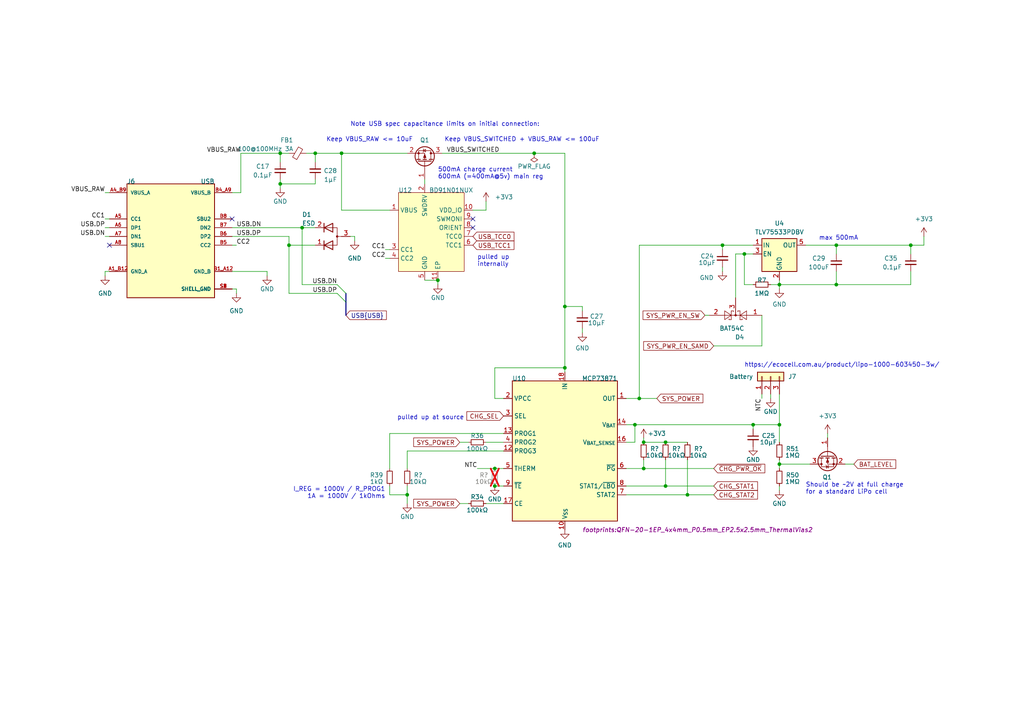
<source format=kicad_sch>
(kicad_sch (version 20230121) (generator eeschema)
  (paper "A4")
  (title_block (title "TANGARA") (date "2023-05-30") (rev "4") (company "made by jacqueline") (comment 1 "SPDX-License-Identifier: CERN-OHL-S-2.0"))
  (lib_symbols
    (symbol "Battery_Management:MCP73871"
      (property "Reference" "U" (at -7.62 24.13 0))
      (property "Value" "MCP73871" (at -15.24 21.59 0))
      (symbol "MCP73871_0_1"
        (rectangle (start -15.24 20.32) (end 15.24 -20.32) (stroke (width 0.254)) (fill (type background)))
      )
      (symbol "MCP73871_1_1"
        (pin power_out line (at 17.78 15.24 180) (length 2.54) (name "OUT") (number "1"))
        (pin power_in line (at 0 -22.86 90) (length 2.54) (name "V_{SS}") (number "10"))
        (pin passive line (at 0 -22.86 90) (length 2.54) hide (name "V_{SS}") (number "11"))
        (pin bidirectional line (at -17.78 0 0) (length 2.54) (name "PROG3") (number "12"))
        (pin bidirectional line (at -17.78 5.08 0) (length 2.54) (name "PROG1") (number "13"))
        (pin power_out line (at 17.78 7.62 180) (length 2.54) (name "V_{BAT}") (number "14"))
        (pin passive line (at 17.78 7.62 180) (length 2.54) hide (name "V_{BAT}") (number "15"))
        (pin input line (at 17.78 2.54 180) (length 2.54) (name "V_{BAT_SENSE}") (number "16"))
        (pin input line (at -17.78 -15.24 0) (length 2.54) (name "CE") (number "17"))
        (pin power_in line (at 0 22.86 270) (length 2.54) (name "IN") (number "18"))
        (pin passive line (at 0 22.86 270) (length 2.54) hide (name "IN") (number "19"))
        (pin input line (at -17.78 15.24 0) (length 2.54) (name "VPCC") (number "2"))
        (pin passive line (at 17.78 15.24 180) (length 2.54) hide (name "OUT") (number "20"))
        (pin passive line (at 0 -22.86 90) (length 2.54) hide (name "V_{SS}") (number "21"))
        (pin input line (at -17.78 10.16 0) (length 2.54) (name "SEL") (number "3"))
        (pin input line (at -17.78 2.54 0) (length 2.54) (name "PROG2") (number "4"))
        (pin bidirectional line (at -17.78 -5.08 0) (length 2.54) (name "THERM") (number "5"))
        (pin open_collector line (at 17.78 -5.08 180) (length 2.54) (name "~{PG}") (number "6"))
        (pin open_collector line (at 17.78 -12.7 180) (length 2.54) (name "STAT2") (number "7"))
        (pin open_collector line (at 17.78 -10.16 180) (length 2.54) (name "STAT1/~{LBO}") (number "8"))
        (pin input line (at -17.78 -10.16 0) (length 2.54) (name "~{TE}") (number "9"))
      )
    )
    (symbol "Connector_Generic:Conn_01x03" (pin_names (offset 1.016) hide)
      (property "Reference" "J" (at 0 5.08 0))
      (property "Value" "Conn_01x03" (at 0 -5.08 0))
      (symbol "Conn_01x03_1_1"
        (rectangle (start -1.27 -2.413) (end 0 -2.667) (stroke (width 0.1524)))
        (rectangle (start -1.27 0.127) (end 0 -0.127) (stroke (width 0.1524)))
        (rectangle (start -1.27 2.667) (end 0 2.413) (stroke (width 0.1524)))
        (rectangle (start -1.27 3.81) (end 1.27 -3.81) (stroke (width 0.254)) (fill (type background)))
        (pin passive line (at -5.08 2.54 0) (length 3.81) (name "Pin_1") (number "1"))
        (pin passive line (at -5.08 0 0) (length 3.81) (name "Pin_2") (number "2"))
        (pin passive line (at -5.08 -2.54 0) (length 3.81) (name "Pin_3") (number "3"))
      )
    )
    (symbol "Device:C_Small" (pin_numbers hide) (pin_names (offset 0.254) hide)
      (property "Reference" "C" (at 0.254 1.778 0))
      (property "Value" "C_Small" (at 0.254 -2.032 0))
      (symbol "C_Small_0_1"
        (polyline (pts (xy -1.524 -0.508) (xy 1.524 -0.508)) (stroke (width 0.3302)))
        (polyline (pts (xy -1.524 0.508) (xy 1.524 0.508)) (stroke (width 0.3048)))
      )
      (symbol "C_Small_1_1"
        (pin passive line (at 0 2.54 270) (length 2.032) (name "~") (number "1"))
        (pin passive line (at 0 -2.54 90) (length 2.032) (name "~") (number "2"))
      )
    )
    (symbol "Device:D_Dual_CommonAnode_KKA_Parallel" (pin_names (offset 0.762) hide)
      (property "Reference" "D" (at 0 5.08 0))
      (property "Value" "D_Dual_CommonAnode_KKA_Parallel" (at 0 -5.08 0))
      (symbol "D_Dual_CommonAnode_KKA_Parallel_0_0"
        (polyline (pts (xy 2.54 -3.81) (xy 2.54 -1.27)) (stroke (width 0.254)))
        (polyline (pts (xy 2.54 1.27) (xy 2.54 3.81)) (stroke (width 0.254)))
      )
      (symbol "D_Dual_CommonAnode_KKA_Parallel_0_1"
        (circle (center -1.27 0) (radius 0.254) (fill (type outline)))
        (polyline (pts (xy -1.27 0) (xy -2.54 0)))
        (polyline (pts (xy 2.54 2.54) (xy -1.27 2.54) (xy -1.27 -2.54) (xy 2.54 -2.54)))
        (polyline (pts (xy 0 -1.27) (xy 2.54 -2.54) (xy 0 -3.81) (xy 0 -1.27) (xy 0 -1.27) (xy 0 -1.27)) (stroke (width 0.254)))
        (polyline (pts (xy 0 3.81) (xy 2.54 2.54) (xy 0 1.27) (xy 0 3.81) (xy 0 3.81) (xy 0 3.81)) (stroke (width 0.254)))
        (pin passive line (at 5.08 2.54 180) (length 2.54) (name "K") (number "1"))
        (pin passive line (at 5.08 -2.54 180) (length 2.54) (name "K") (number "2"))
        (pin passive line (at -5.08 0 0) (length 2.54) (name "A") (number "3"))
      )
    )
    (symbol "Device:Ferrite_Bead_Small" (pin_numbers hide) (pin_names (offset 0))
      (property "Reference" "FB" (at 1.905 1.27 0))
      (property "Value" "Device_Ferrite_Bead_Small" (at 1.905 -1.27 0))
      (symbol "Ferrite_Bead_Small_0_1"
        (polyline (pts (xy 0 -1.27) (xy 0 -0.7874)))
        (polyline (pts (xy 0 0.889) (xy 0 1.2954)))
        (polyline (pts (xy -1.8288 0.2794) (xy -1.1176 1.4986) (xy 1.8288 -0.2032) (xy 1.1176 -1.4224) (xy -1.8288 0.2794)))
      )
      (symbol "Ferrite_Bead_Small_1_1"
        (pin passive line (at 0 2.54 270) (length 1.27) (name "~") (number "1"))
        (pin passive line (at 0 -2.54 90) (length 1.27) (name "~") (number "2"))
      )
    )
    (symbol "Device:Q_NMOS_GSD" (pin_names (offset 0) hide)
      (property "Reference" "Q" (at 5.08 1.27 0))
      (property "Value" "Q_NMOS_GSD" (at 5.08 -1.27 0))
      (symbol "Q_NMOS_GSD_0_1"
        (polyline (pts (xy 0.254 0) (xy -2.54 0)))
        (polyline (pts (xy 0.254 1.905) (xy 0.254 -1.905)) (stroke (width 0.254)))
        (polyline (pts (xy 0.762 -1.27) (xy 0.762 -2.286)) (stroke (width 0.254)))
        (polyline (pts (xy 0.762 0.508) (xy 0.762 -0.508)) (stroke (width 0.254)))
        (polyline (pts (xy 0.762 2.286) (xy 0.762 1.27)) (stroke (width 0.254)))
        (polyline (pts (xy 2.54 2.54) (xy 2.54 1.778)))
        (polyline (pts (xy 2.54 -2.54) (xy 2.54 0) (xy 0.762 0)))
        (polyline (pts (xy 0.762 -1.778) (xy 3.302 -1.778) (xy 3.302 1.778) (xy 0.762 1.778)))
        (polyline (pts (xy 1.016 0) (xy 2.032 0.381) (xy 2.032 -0.381) (xy 1.016 0)) (fill (type outline)))
        (polyline (pts (xy 2.794 0.508) (xy 2.921 0.381) (xy 3.683 0.381) (xy 3.81 0.254)))
        (polyline (pts (xy 3.302 0.381) (xy 2.921 -0.254) (xy 3.683 -0.254) (xy 3.302 0.381)))
        (circle (center 1.651 0) (radius 2.794) (stroke (width 0.254)))
        (circle (center 2.54 -1.778) (radius 0.254) (fill (type outline)))
        (circle (center 2.54 1.778) (radius 0.254) (fill (type outline)))
      )
      (symbol "Q_NMOS_GSD_1_1"
        (pin input line (at -5.08 0 0) (length 2.54) (name "G") (number "1"))
        (pin passive line (at 2.54 -5.08 90) (length 2.54) (name "S") (number "2"))
        (pin passive line (at 2.54 5.08 270) (length 2.54) (name "D") (number "3"))
      )
    )
    (symbol "Device:Q_PMOS_GSD" (pin_names (offset 0) hide)
      (property "Reference" "Q" (at 5.08 1.27 0))
      (property "Value" "Q_PMOS_GSD" (at 5.08 -1.27 0))
      (symbol "Q_PMOS_GSD_0_1"
        (polyline (pts (xy 0.254 0) (xy -2.54 0)))
        (polyline (pts (xy 0.254 1.905) (xy 0.254 -1.905)) (stroke (width 0.254)))
        (polyline (pts (xy 0.762 -1.27) (xy 0.762 -2.286)) (stroke (width 0.254)))
        (polyline (pts (xy 0.762 0.508) (xy 0.762 -0.508)) (stroke (width 0.254)))
        (polyline (pts (xy 0.762 2.286) (xy 0.762 1.27)) (stroke (width 0.254)))
        (polyline (pts (xy 2.54 2.54) (xy 2.54 1.778)))
        (polyline (pts (xy 2.54 -2.54) (xy 2.54 0) (xy 0.762 0)))
        (polyline (pts (xy 0.762 1.778) (xy 3.302 1.778) (xy 3.302 -1.778) (xy 0.762 -1.778)))
        (polyline (pts (xy 2.286 0) (xy 1.27 0.381) (xy 1.27 -0.381) (xy 2.286 0)) (fill (type outline)))
        (polyline (pts (xy 2.794 -0.508) (xy 2.921 -0.381) (xy 3.683 -0.381) (xy 3.81 -0.254)))
        (polyline (pts (xy 3.302 -0.381) (xy 2.921 0.254) (xy 3.683 0.254) (xy 3.302 -0.381)))
        (circle (center 1.651 0) (radius 2.794) (stroke (width 0.254)))
        (circle (center 2.54 -1.778) (radius 0.254) (fill (type outline)))
        (circle (center 2.54 1.778) (radius 0.254) (fill (type outline)))
      )
      (symbol "Q_PMOS_GSD_1_1"
        (pin input line (at -5.08 0 0) (length 2.54) (name "G") (number "1"))
        (pin passive line (at 2.54 -5.08 90) (length 2.54) (name "S") (number "2"))
        (pin passive line (at 2.54 5.08 270) (length 2.54) (name "D") (number "3"))
      )
    )
    (symbol "Device:R_Small" (pin_numbers hide) (pin_names (offset 0.254) hide)
      (property "Reference" "R" (at 0.762 0.508 0))
      (property "Value" "R_Small" (at 0.762 -1.016 0))
      (symbol "R_Small_0_1"
        (rectangle (start -0.762 1.778) (end 0.762 -1.778) (stroke (width 0.2032)))
      )
      (symbol "R_Small_1_1"
        (pin passive line (at 0 2.54 270) (length 0.762) (name "~") (number "1"))
        (pin passive line (at 0 -2.54 90) (length 0.762) (name "~") (number "2"))
      )
    )
    (symbol "Diode:BAT54C" (pin_names (offset 1.016))
      (property "Reference" "D" (at 0.635 -3.81 0))
      (property "Value" "BAT54C" (at -6.35 3.175 0))
      (symbol "BAT54C_0_1"
        (polyline (pts (xy -1.905 0) (xy 1.905 0)))
        (polyline (pts (xy -1.905 1.27) (xy -1.905 1.016)))
        (polyline (pts (xy -1.27 -1.27) (xy -0.635 -1.27)))
        (polyline (pts (xy -1.27 0) (xy -3.81 0)))
        (polyline (pts (xy -1.27 1.27) (xy -1.905 1.27)))
        (polyline (pts (xy -1.27 1.27) (xy -1.27 -1.27)))
        (polyline (pts (xy -0.635 -1.27) (xy -0.635 -1.016)))
        (polyline (pts (xy 0.635 -1.27) (xy 0.635 -1.016)))
        (polyline (pts (xy 1.27 -1.27) (xy 0.635 -1.27)))
        (polyline (pts (xy 1.27 1.27) (xy 1.27 -1.27)))
        (polyline (pts (xy 1.27 1.27) (xy 1.905 1.27)))
        (polyline (pts (xy 1.905 1.27) (xy 1.905 1.016)))
        (polyline (pts (xy 3.81 0) (xy 1.27 0)))
        (polyline (pts (xy -3.175 -1.27) (xy -3.175 1.27) (xy -1.27 0) (xy -3.175 -1.27)))
        (polyline (pts (xy 3.175 -1.27) (xy 3.175 1.27) (xy 1.27 0) (xy 3.175 -1.27)))
        (circle (center 0 0) (radius 0.254) (fill (type outline)))
      )
      (symbol "BAT54C_1_1"
        (pin passive line (at -7.62 0 0) (length 3.81) (name "~") (number "1"))
        (pin passive line (at 7.62 0 180) (length 3.81) (name "~") (number "2"))
        (pin passive line (at 0 -5.08 90) (length 5.08) (name "~") (number "3"))
      )
    )
    (symbol "Regulator_Linear:TLV75533PDBV" (pin_names (offset 0.254))
      (property "Reference" "U" (at -3.81 5.715 0))
      (property "Value" "TLV75533PDBV" (at 0 5.715 0))
      (symbol "TLV75533PDBV_0_1"
        (rectangle (start -5.08 4.445) (end 5.08 -5.08) (stroke (width 0.254)) (fill (type background)))
      )
      (symbol "TLV75533PDBV_1_1"
        (pin power_in line (at -7.62 2.54 0) (length 2.54) (name "IN") (number "1"))
        (pin power_in line (at 0 -7.62 90) (length 2.54) (name "GND") (number "2"))
        (pin input line (at -7.62 0 0) (length 2.54) (name "EN") (number "3"))
        (pin no_connect line (at 5.08 0 180) (length 2.54) hide (name "NC") (number "4"))
        (pin power_out line (at 7.62 2.54 180) (length 2.54) (name "OUT") (number "5"))
      )
    )
    (symbol "power:+3V3" (power) (pin_names (offset 0))
      (property "Value" "+3V3" (at 0 3.556 0))
      (symbol "+3V3_0_1"
        (polyline (pts (xy -0.762 1.27) (xy 0 2.54)))
        (polyline (pts (xy 0 0) (xy 0 2.54)))
        (polyline (pts (xy 0 2.54) (xy 0.762 1.27)))
      )
      (symbol "+3V3_1_1"
        (pin power_in line (at 0 0 90) (length 0) hide (name "+3V3") (number "1"))
      )
    )
    (symbol "power:GND" (power) (pin_names (offset 0))
      (property "Value" "GND" (at 0 -3.81 0))
      (symbol "GND_0_1"
        (polyline (pts (xy 0 0) (xy 0 -1.27) (xy 1.27 -1.27) (xy 0 -2.54) (xy -1.27 -1.27) (xy 0 -1.27)))
      )
      (symbol "GND_1_1"
        (pin power_in line (at 0 0 270) (length 0) hide (name "GND") (number "1"))
      )
    )
    (symbol "power:PWR_FLAG" (power) (pin_numbers hide) (pin_names (offset 0) hide)
      (property "Value" "PWR_FLAG" (at 0 3.81 0))
      (symbol "PWR_FLAG_0_0"
        (pin power_out line (at 0 0 90) (length 0) (name "pwr") (number "1"))
      )
      (symbol "PWR_FLAG_0_1"
        (polyline (pts (xy 0 0) (xy 0 1.27) (xy -1.016 1.905) (xy 0 2.54) (xy 1.016 1.905) (xy 0 1.27)))
      )
    )
    (symbol "symbols:BD91N01NUX"
      (property "Reference" "U" (at 0 13.97 0))
      (property "Value" "BD91N01NUX" (at 5.08 16.51 0))
      (symbol "BD91N01NUX_0_1"
        (rectangle (start -12.7 12.7) (end 6.35 -10.16) (fill (type background)))
      )
      (symbol "BD91N01NUX_1_1"
        (pin power_in line (at -15.24 7.62 0) (length 2.54) (name "VBUS") (number "1"))
        (pin power_in line (at 8.89 7.62 180) (length 2.54) (name "VDD_IO") (number "10"))
        (pin power_in line (at -1.27 -12.7 90) (length 2.54) (name "EP") (number "11"))
        (pin output line (at -5.08 15.24 270) (length 2.54) (name "SWDRV") (number "2"))
        (pin input line (at -15.24 -3.81 0) (length 2.54) (name "CC1") (number "3"))
        (pin input line (at -15.24 -6.35 0) (length 2.54) (name "CC2") (number "4"))
        (pin power_in line (at -5.08 -12.7 90) (length 2.54) (name "GND") (number "5"))
        (pin output line (at 8.89 -2.54 180) (length 2.54) (name "TCC1") (number "6"))
        (pin output line (at 8.89 0 180) (length 2.54) (name "TCC0") (number "7"))
        (pin output line (at 8.89 2.54 180) (length 2.54) (name "ORIENT") (number "8"))
        (pin output line (at 8.89 5.08 180) (length 2.54) (name "SWMONI") (number "9"))
      )
    )
    (symbol "symbols:USB4510-03-1-A_REVA" (pin_names (offset 1.016))
      (property "Reference" "J" (at -12.7 16.002 0))
      (property "Value" "USB4510-03-1-A_REVA" (at -12.7 -18.542 0))
      (symbol "USB4510-03-1-A_REVA_0_0"
        (rectangle (start -12.7 -17.78) (end 12.7 15.24) (stroke (width 0.254)) (fill (type background)))
        (pin power_in line (at -17.78 -10.16 0) (length 5.08) (name "GND_A") (number "A1_B12"))
        (pin power_in line (at -17.78 12.7 0) (length 5.08) (name "VBUS_A") (number "A4_B9"))
        (pin bidirectional line (at -17.78 5.08 0) (length 5.08) (name "CC1") (number "A5"))
        (pin bidirectional line (at -17.78 2.54 0) (length 5.08) (name "DP1") (number "A6"))
        (pin bidirectional line (at -17.78 0 0) (length 5.08) (name "DN1") (number "A7"))
        (pin bidirectional line (at -17.78 -2.54 0) (length 5.08) (name "SBU1") (number "A8"))
        (pin power_in line (at 17.78 -10.16 180) (length 5.08) (name "GND_B") (number "B1_A12"))
        (pin power_in line (at 17.78 12.7 180) (length 5.08) (name "VBUS_B") (number "B4_A9"))
        (pin bidirectional line (at 17.78 -2.54 180) (length 5.08) (name "CC2") (number "B5"))
        (pin bidirectional line (at 17.78 0 180) (length 5.08) (name "DP2") (number "B6"))
        (pin bidirectional line (at 17.78 2.54 180) (length 5.08) (name "DN2") (number "B7"))
        (pin bidirectional line (at 17.78 5.08 180) (length 5.08) (name "SBU2") (number "B8"))
        (pin power_in line (at 17.78 -15.24 180) (length 5.08) (name "SHELL_GND") (number "S1"))
        (pin power_in line (at 17.78 -15.24 180) (length 5.08) (name "SHELL_GND") (number "S2"))
        (pin power_in line (at 17.78 -15.24 180) (length 5.08) (name "SHELL_GND") (number "S3"))
        (pin power_in line (at 17.78 -15.24 180) (length 5.08) (name "SHELL_GND") (number "S4"))
      )
    )
  )
  (junction (at 209.55 71.12))
  (junction (at 226.06 134.62))
  (junction (at 154.94 44.45))
  (junction (at 87.63 66.04))
  (junction (at 143.51 135.89))
  (junction (at 264.16 71.12))
  (junction (at 184.15 123.19))
  (junction (at 242.57 71.12))
  (junction (at 83.82 71.12))
  (junction (at 218.44 123.19))
  (junction (at 143.51 140.97))
  (junction (at 81.28 44.45))
  (junction (at 186.69 135.89))
  (junction (at 193.04 140.97))
  (junction (at 199.39 143.51))
  (junction (at 99.06 44.45))
  (junction (at 91.44 44.45))
  (junction (at 163.83 106.68))
  (junction (at 226.06 123.19))
  (junction (at 81.28 53.34))
  (junction (at 127 81.28))
  (junction (at 193.04 128.27))
  (junction (at 226.06 82.55))
  (junction (at 186.69 128.27))
  (junction (at 185.42 115.57))
  (junction (at 118.11 143.51))
  (junction (at 163.83 88.9))
  (junction (at 242.57 82.55))
  (junction (at 215.9 73.66))
  (no_connect (at 31.75 71.12))
  (no_connect (at 137.16 63.5))
  (no_connect (at 137.16 66.04))
  (no_connect (at 67.31 63.5))
  (bus_entry (at 97.79 82.55) (size 2.54 2.54))
  (bus_entry (at 97.79 85.09) (size 2.54 2.54))
  (wire (pts (xy 69.85 44.45) (xy 69.85 55.88)))
  (wire (pts (xy 99.06 44.45) (xy 99.06 60.96)))
  (wire (pts (xy 242.57 73.66) (xy 242.57 71.12)))
  (wire (pts (xy 91.44 52.07) (xy 91.44 53.34)))
  (wire (pts (xy 133.35 146.05) (xy 135.89 146.05)))
  (wire (pts (xy 81.28 53.34) (xy 81.28 54.61)))
  (wire (pts (xy 226.06 82.55) (xy 242.57 82.55)))
  (wire (pts (xy 264.16 71.12) (xy 267.97 71.12)))
  (wire (pts (xy 181.61 140.97) (xy 193.04 140.97)))
  (wire (pts (xy 185.42 71.12) (xy 185.42 115.57)))
  (wire (pts (xy 143.51 106.68) (xy 163.83 106.68)))
  (wire (pts (xy 87.63 66.04) (xy 91.44 66.04)))
  (wire (pts (xy 264.16 78.74) (xy 264.16 82.55)))
  (wire (pts (xy 143.51 115.57) (xy 143.51 106.68)))
  (wire (pts (xy 186.69 133.35) (xy 186.69 135.89)))
  (wire (pts (xy 118.11 143.51) (xy 118.11 146.05)))
  (wire (pts (xy 111.76 72.39) (xy 113.03 72.39)))
  (wire (pts (xy 245.11 134.62) (xy 247.65 134.62)))
  (wire (pts (xy 99.06 44.45) (xy 118.11 44.45)))
  (wire (pts (xy 146.05 115.57) (xy 143.51 115.57)))
  (wire (pts (xy 218.44 82.55) (xy 215.9 82.55)))
  (wire (pts (xy 67.31 66.04) (xy 87.63 66.04)))
  (wire (pts (xy 209.55 71.12) (xy 218.44 71.12)))
  (wire (pts (xy 163.83 44.45) (xy 163.83 88.9)))
  (bus (pts (xy 100.33 87.63) (xy 100.33 91.44)))
  (wire (pts (xy 118.11 140.97) (xy 118.11 143.51)))
  (wire (pts (xy 81.28 52.07) (xy 81.28 53.34)))
  (wire (pts (xy 83.82 71.12) (xy 91.44 71.12)))
  (wire (pts (xy 220.98 115.57) (xy 220.98 114.3)))
  (wire (pts (xy 181.61 143.51) (xy 199.39 143.51)))
  (wire (pts (xy 223.52 114.3) (xy 223.52 115.57)))
  (wire (pts (xy 233.68 71.12) (xy 242.57 71.12)))
  (wire (pts (xy 123.19 52.07) (xy 123.19 53.34)))
  (wire (pts (xy 209.55 72.39) (xy 209.55 71.12)))
  (wire (pts (xy 220.98 100.33) (xy 220.98 91.44)))
  (wire (pts (xy 83.82 85.09) (xy 83.82 71.12)))
  (wire (pts (xy 137.16 60.96) (xy 140.97 60.96)))
  (wire (pts (xy 146.05 146.05) (xy 140.97 146.05)))
  (wire (pts (xy 68.58 85.09) (xy 68.58 83.82)))
  (wire (pts (xy 87.63 82.55) (xy 97.79 82.55)))
  (wire (pts (xy 143.51 140.97) (xy 146.05 140.97)))
  (wire (pts (xy 215.9 73.66) (xy 218.44 73.66)))
  (wire (pts (xy 30.48 78.74) (xy 30.48 80.01)))
  (wire (pts (xy 81.28 44.45) (xy 81.28 46.99)))
  (wire (pts (xy 226.06 140.97) (xy 226.06 142.24)))
  (wire (pts (xy 226.06 82.55) (xy 226.06 81.28)))
  (wire (pts (xy 226.06 123.19) (xy 226.06 128.27)))
  (wire (pts (xy 123.19 81.28) (xy 127 81.28)))
  (wire (pts (xy 91.44 46.99) (xy 91.44 44.45)))
  (wire (pts (xy 181.61 115.57) (xy 185.42 115.57)))
  (wire (pts (xy 128.27 44.45) (xy 154.94 44.45)))
  (wire (pts (xy 68.58 71.12) (xy 67.31 71.12)))
  (wire (pts (xy 264.16 71.12) (xy 264.16 73.66)))
  (wire (pts (xy 207.01 100.33) (xy 220.98 100.33)))
  (wire (pts (xy 146.05 130.81) (xy 118.11 130.81)))
  (wire (pts (xy 83.82 71.12) (xy 83.82 68.58)))
  (wire (pts (xy 81.28 44.45) (xy 83.82 44.45)))
  (wire (pts (xy 226.06 83.82) (xy 226.06 82.55)))
  (wire (pts (xy 69.85 44.45) (xy 81.28 44.45)))
  (wire (pts (xy 193.04 140.97) (xy 207.01 140.97)))
  (wire (pts (xy 163.83 88.9) (xy 163.83 106.68)))
  (wire (pts (xy 193.04 128.27) (xy 199.39 128.27)))
  (wire (pts (xy 218.44 123.19) (xy 226.06 123.19)))
  (wire (pts (xy 186.69 127) (xy 186.69 128.27)))
  (wire (pts (xy 168.91 90.17) (xy 168.91 88.9)))
  (wire (pts (xy 67.31 55.88) (xy 69.85 55.88)))
  (wire (pts (xy 184.15 128.27) (xy 184.15 123.19)))
  (wire (pts (xy 83.82 85.09) (xy 97.79 85.09)))
  (wire (pts (xy 181.61 135.89) (xy 186.69 135.89)))
  (wire (pts (xy 118.11 130.81) (xy 118.11 135.89)))
  (wire (pts (xy 242.57 78.74) (xy 242.57 82.55)))
  (wire (pts (xy 140.97 128.27) (xy 146.05 128.27)))
  (wire (pts (xy 87.63 66.04) (xy 87.63 82.55)))
  (wire (pts (xy 242.57 71.12) (xy 264.16 71.12)))
  (wire (pts (xy 140.97 60.96) (xy 140.97 58.42)))
  (wire (pts (xy 209.55 77.47) (xy 209.55 78.74)))
  (wire (pts (xy 223.52 82.55) (xy 226.06 82.55)))
  (wire (pts (xy 168.91 88.9) (xy 163.83 88.9)))
  (wire (pts (xy 163.83 106.68) (xy 163.83 107.95)))
  (wire (pts (xy 68.58 83.82) (xy 67.31 83.82)))
  (wire (pts (xy 226.06 134.62) (xy 226.06 133.35)))
  (wire (pts (xy 267.97 68.58) (xy 267.97 71.12)))
  (wire (pts (xy 181.61 128.27) (xy 184.15 128.27)))
  (wire (pts (xy 113.03 140.97) (xy 113.03 143.51)))
  (wire (pts (xy 184.15 123.19) (xy 218.44 123.19)))
  (wire (pts (xy 91.44 53.34) (xy 81.28 53.34)))
  (wire (pts (xy 226.06 134.62) (xy 234.95 134.62)))
  (wire (pts (xy 146.05 125.73) (xy 113.03 125.73)))
  (wire (pts (xy 102.87 68.58) (xy 102.87 69.85)))
  (wire (pts (xy 226.06 135.89) (xy 226.06 134.62)))
  (wire (pts (xy 67.31 68.58) (xy 83.82 68.58)))
  (wire (pts (xy 168.91 95.25) (xy 168.91 96.52)))
  (wire (pts (xy 30.48 63.5) (xy 31.75 63.5)))
  (wire (pts (xy 67.31 78.74) (xy 77.47 78.74)))
  (wire (pts (xy 213.36 73.66) (xy 213.36 86.36)))
  (wire (pts (xy 143.51 135.89) (xy 146.05 135.89)))
  (wire (pts (xy 185.42 71.12) (xy 209.55 71.12)))
  (wire (pts (xy 127 81.28) (xy 127 82.55)))
  (wire (pts (xy 193.04 133.35) (xy 193.04 140.97)))
  (wire (pts (xy 138.43 135.89) (xy 143.51 135.89)))
  (wire (pts (xy 185.42 115.57) (xy 190.5 115.57)))
  (wire (pts (xy 31.75 78.74) (xy 30.48 78.74)))
  (bus (pts (xy 100.33 85.09) (xy 100.33 87.63)))
  (wire (pts (xy 242.57 82.55) (xy 264.16 82.55)))
  (wire (pts (xy 199.39 143.51) (xy 207.01 143.51)))
  (wire (pts (xy 226.06 114.3) (xy 226.06 123.19)))
  (wire (pts (xy 186.69 135.89) (xy 207.01 135.89)))
  (wire (pts (xy 133.35 128.27) (xy 135.89 128.27)))
  (wire (pts (xy 113.03 143.51) (xy 118.11 143.51)))
  (wire (pts (xy 218.44 123.19) (xy 218.44 124.46)))
  (wire (pts (xy 30.48 68.58) (xy 31.75 68.58)))
  (wire (pts (xy 101.6 68.58) (xy 102.87 68.58)))
  (wire (pts (xy 204.47 91.44) (xy 205.74 91.44)))
  (wire (pts (xy 30.48 66.04) (xy 31.75 66.04)))
  (wire (pts (xy 186.69 128.27) (xy 193.04 128.27)))
  (wire (pts (xy 199.39 133.35) (xy 199.39 143.51)))
  (wire (pts (xy 91.44 44.45) (xy 99.06 44.45)))
  (wire (pts (xy 240.03 125.73) (xy 240.03 127)))
  (wire (pts (xy 30.48 55.88) (xy 31.75 55.88)))
  (wire (pts (xy 113.03 125.73) (xy 113.03 135.89)))
  (wire (pts (xy 111.76 74.93) (xy 113.03 74.93)))
  (wire (pts (xy 213.36 73.66) (xy 215.9 73.66)))
  (wire (pts (xy 77.47 78.74) (xy 77.47 80.01)))
  (wire (pts (xy 88.9 44.45) (xy 91.44 44.45)))
  (wire (pts (xy 113.03 60.96) (xy 99.06 60.96)))
  (wire (pts (xy 154.94 44.45) (xy 163.83 44.45)))
  (wire (pts (xy 215.9 82.55) (xy 215.9 73.66)))
  (wire (pts (xy 181.61 123.19) (xy 184.15 123.19)))
  (text "https://ecocell.com.au/product/lipo-1000-603450-3w/" (at 215.9 106.68 0) (effects (font (size 1.27 1.27)) (justify left bottom)))
  (text "max 500mA" (at 237.49 69.85 0) (effects (font (size 1.27 1.27)) (justify left bottom)))
  (text "500mA charge current\n600mA (=400mA@5v) main reg" (at 127 52.07 0) (effects (font (size 1.27 1.27)) (justify left bottom)))
  (text "pulled up\ninternally" (at 138.43 77.47 0) (effects (font (size 1.27 1.27)) (justify left bottom)))
  (text "Should be ~2V at full charge\nfor a standard LiPo cell" (at 233.68 143.51 0) (effects (font (size 1.27 1.27)) (justify left bottom)))
  (text "pulled up at source" (at 134.62 121.92 0) (effects (font (size 1.27 1.27)) (justify right bottom)))
  (text "I_REG = 1000V / R_PROG1\n1A = 1000V / 1kOhms" (at 111.76 144.78 0) (effects (font (size 1.27 1.27)) (justify right bottom)))
  (text "Keep VBUS_RAW <= 10uF" (at 94.615 41.275 0) (effects (font (size 1.27 1.27)) (justify left bottom)))
  (text "Keep VBUS_SWITCHED + VBUS_RAW <= 100uF" (at 128.905 41.275 0) (effects (font (size 1.27 1.27)) (justify left bottom)))
  (text "Note USB spec capacitance limits on initial connection:" (at 101.6 36.83 0) (effects (font (size 1.27 1.27)) (justify left bottom)))
  (label "CC2" (at 111.76 74.93 180))
  (label "USB.DP" (at 30.48 66.04 180))
  (label "NTC" (at 138.43 135.89 180))
  (label "VBUS_RAW" (at 69.85 44.45 180))
  (label "USB.DP" (at 97.79 85.09 180))
  (label "CC1" (at 30.48 63.5 180))
  (label "USB.DN" (at 30.48 68.58 180))
  (label "VBUS_SWITCHED" (at 129.54 44.45 0))
  (label "VBUS_RAW" (at 30.48 55.88 180))
  (label "CC2" (at 68.58 71.12 0))
  (label "CC1" (at 111.76 72.39 180))
  (label "NTC" (at 220.98 115.57 270))
  (label "USB.DN" (at 97.79 82.55 180))
  (label "USB.DN" (at 68.58 66.04 0))
  (label "USB.DP" (at 68.58 68.58 0))
  (global_label "~{CHG_PWR_OK}" (shape input) (at 207.01 135.89 0) (property "Intersheetrefs" "${INTERSHEET_REFS}" (effects hide)))
  (global_label "SYS_PWR_EN_SAMD" (shape input) (at 207.01 100.33 180) (property "Intersheetrefs" "${INTERSHEET_REFS}" (effects hide)))
  (global_label "SYS_POWER" (shape input) (at 133.35 146.05 180) (property "Intersheetrefs" "${INTERSHEET_REFS}" (effects hide)))
  (global_label "CHG_STAT2" (shape input) (at 207.01 143.51 0) (property "Intersheetrefs" "${INTERSHEET_REFS}" (effects hide)))
  (global_label "USB_TCC0" (shape input) (at 137.16 68.58 0) (property "Intersheetrefs" "${INTERSHEET_REFS}" (effects hide)))
  (global_label "SYS_POWER" (shape input) (at 133.35 128.27 180) (property "Intersheetrefs" "${INTERSHEET_REFS}" (effects hide)))
  (global_label "USB_TCC1" (shape input) (at 137.16 71.12 0) (property "Intersheetrefs" "${INTERSHEET_REFS}" (effects hide)))
  (global_label "SYS_PWR_EN_SW" (shape input) (at 204.47 91.44 180) (property "Intersheetrefs" "${INTERSHEET_REFS}" (effects hide)))
  (global_label "CHG_SEL" (shape input) (at 146.05 120.65 180) (property "Intersheetrefs" "${INTERSHEET_REFS}" (effects hide)))
  (global_label "CHG_STAT1" (shape input) (at 207.01 140.97 0) (property "Intersheetrefs" "${INTERSHEET_REFS}" (effects hide)))
  (global_label "BAT_LEVEL" (shape input) (at 247.65 134.62 0) (property "Intersheetrefs" "${INTERSHEET_REFS}" (effects hide)))
  (global_label "SYS_POWER" (shape input) (at 190.5 115.57 0) (property "Intersheetrefs" "${INTERSHEET_REFS}" (effects hide)))
  (global_label "USB{USB}" (shape input) (at 100.33 91.44 0) (property "Intersheetrefs" "${INTERSHEET_REFS}" (effects hide)))
  (symbol (lib_id "Device:R_Small") (at 226.06 138.43 0) (unit 1)
    (property "Reference" "R50" (at 229.87 137.795 0))
    (property "Value" "1MΩ" (at 229.87 139.7 0))
    (property "Footprint" "Resistor_SMD:R_0603_1608Metric" (effects hide))
    (property "MPN" "AC0603FR-131ML" (effects hide))
  )
  (symbol (lib_id "symbols:BD91N01NUX") (at 128.27 68.58 0) (unit 1)
    (property "Reference" "U12" (at 115.57 55.88 0) (effects (justify left bottom)))
    (property "Value" "BD91N01NUX" (at 124.46 55.88 0) (effects (justify left bottom)))
    (property "Footprint" "footprints:BD91N01NUX-E2" (effects hide))
    (property "MPN" "BD91N01NUX" (effects hide))
  )
  (symbol (lib_id "power:GND") (at 68.58 85.09 0) (unit 1)
    (property "Reference" "#PWR050" (effects hide))
    (property "Value" "GND" (at 68.58 90.17 0))
  )
  (symbol (lib_id "power:GND") (at 81.28 54.61 0) (unit 1)
    (property "Reference" "#PWR0202" (effects hide))
    (property "Value" "GND" (at 81.28 58.42 0))
  )
  (symbol (lib_id "power:+3V3") (at 186.69 127 0) (unit 1)
    (property "Reference" "#PWR0124" (effects hide))
    (property "Value" "+3V3" (at 190.5 125.73 0))
    (instances (project "tangara-mainboard" (path "" (reference "#PWR0124") (unit 1)) (path "" (reference "#PWR04") (unit 1))))
  )
  (symbol (lib_id "power:+3V3") (at 267.97 68.58 0) (unit 1)
    (property "Reference" "#PWR0217" (effects hide))
    (property "Value" "+3V3" (at 267.97 63.5 0))
  )
  (symbol (lib_id "Device:R_Small") (at 118.11 138.43 0) (unit 1)
    (property "Reference" "R?" (at 121.285 137.795 0))
    (property "Value" "10kΩ" (at 121.285 139.7 0))
    (property "Footprint" "Resistor_SMD:R_0603_1608Metric" (effects hide))
    (property "MPN" "AC0603JR-0710KL" (effects hide))
    (instances (project "tangara-mainboard" (path "" (reference "R?") (unit 1)) (path "" (reference "R23") (unit 1)) (path "" (reference "R35") (unit 1))))
  )
  (symbol (lib_id "Device:C_Small") (at 209.55 74.93 0) (unit 1)
    (property "Reference" "C24" (at 205.105 74.295 0))
    (property "Value" "10μF" (at 205.105 76.2 0))
    (property "Footprint" "Capacitor_SMD:C_0805_2012Metric" (effects hide))
    (property "MPN" "GRM21BR61C106KE15K" (effects hide))
  )
  (symbol (lib_id "Device:R_Small") (at 138.43 146.05 90) (unit 1)
    (property "Reference" "R34" (at 138.43 144.145 90))
    (property "Value" "100kΩ" (at 138.43 147.955 90))
    (property "Footprint" "Resistor_SMD:R_0603_1608Metric" (effects hide))
    (property "MPN" "RC0603JR-10100KL" (effects hide))
  )
  (symbol (lib_id "Device:Ferrite_Bead_Small") (at 86.36 44.45 90) (unit 1)
    (property "Reference" "FB1" (at 85.09 40.64 90) (effects (justify left)))
    (property "Value" "100@100MHz 3A" (at 85.09 43.18 90) (effects (justify left)))
    (property "Footprint" "Inductor_SMD:L_0603_1608Metric" (effects hide))
    (property "MPN" "BLM18KG101TN1D" (effects hide))
    (instances (project "tangara-mainboard" (path "" (reference "FB1") (unit 1))) (project "reform2-motherboard" (path "" (reference "FB17") (unit 1))))
  )
  (symbol (lib_id "power:GND") (at 223.52 115.57 0) (unit 1)
    (property "Reference" "#PWR0213" (effects hide))
    (property "Value" "GND" (at 223.52 119.38 0))
  )
  (symbol (lib_id "Device:C_Small") (at 218.44 127 0) (mirror y) (unit 1)
    (property "Reference" "C25" (at 222.885 126.365 0))
    (property "Value" "10μF" (at 222.885 128.27 0))
    (property "Footprint" "Capacitor_SMD:C_0805_2012Metric" (effects hide))
    (property "MPN" "GRM21BR61C106KE15K" (effects hide))
  )
  (symbol (lib_id "Device:D_Dual_CommonAnode_KKA_Parallel") (at 96.52 68.58 180) (unit 1)
    (property "Reference" "D1" (at 87.63 62.23 0) (effects (justify right)))
    (property "Value" "ESD" (at 87.63 64.77 0) (effects (justify right)))
    (property "Footprint" "Package_TO_SOT_SMD:SOT-23" (effects hide))
    (property "MPN" "PESD2USB3UV-TR" (effects hide))
  )
  (symbol (lib_id "Battery_Management:MCP73871") (at 163.83 130.81 0) (unit 1)
    (property "Reference" "U10" (at 148.59 110.49 0) (effects (justify left bottom)))
    (property "Value" "MCP73871" (at 179.07 110.49 0) (effects (justify right bottom)))
    (property "Footprint" "footprints:QFN-20-1EP_4x4mm_P0.5mm_EP2.5x2.5mm_ThermalVias2" (at 168.91 153.67 0) (effects (font italic) (justify left)))
    (property "Datasheet" "http://www.mouser.com/ds/2/268/22090a-52174.pdf" (effects hide))
    (property "MPN" "MCP73871-2CCI/ML" (effects hide))
  )
  (symbol (lib_id "power:PWR_FLAG") (at 154.94 44.45 180) (unit 1)
    (property "Reference" "#FLG0202" (effects hide))
    (property "Value" "PWR_FLAG" (at 154.94 48.26 0))
  )
  (symbol (lib_id "power:GND") (at 102.87 69.85 0) (unit 1)
    (property "Reference" "#PWR0203" (effects hide))
    (property "Value" "GND" (at 102.87 74.93 0))
  )
  (symbol (lib_id "power:GND") (at 77.47 80.01 0) (unit 1)
    (property "Reference" "#PWR0201" (effects hide))
    (property "Value" "GND" (at 77.47 83.82 0))
  )
  (symbol (lib_id "power:GND") (at 143.51 140.97 0) (unit 1)
    (property "Reference" "#PWR0208" (effects hide))
    (property "Value" "GND" (at 143.51 144.78 0))
  )
  (symbol (lib_id "Device:R_Small") (at 226.06 130.81 0) (unit 1)
    (property "Reference" "R51" (at 229.87 130.175 0))
    (property "Value" "1MΩ" (at 229.87 132.08 0))
    (property "Footprint" "Resistor_SMD:R_0603_1608Metric" (effects hide))
    (property "MPN" "AC0603FR-131ML" (effects hide))
  )
  (symbol (lib_id "Device:R_Small") (at 220.98 82.55 90) (unit 1)
    (property "Reference" "R7" (at 220.98 81.28 90))
    (property "Value" "1MΩ" (at 220.98 85.09 90))
    (property "Footprint" "Resistor_SMD:R_0603_1608Metric" (effects hide))
    (property "MPN" "AC0603FR-131ML" (effects hide))
  )
  (symbol (lib_id "Device:R_Small") (at 113.03 138.43 0) (mirror y) (unit 1)
    (property "Reference" "R39" (at 109.22 137.795 0))
    (property "Value" "1kΩ" (at 109.22 139.7 0))
    (property "Footprint" "Resistor_SMD:R_0603_1608Metric" (effects hide))
    (property "MPN" "ERJ-3RBD1001V" (effects hide))
  )
  (symbol (lib_id "Device:C_Small") (at 168.91 92.71 0) (mirror y) (unit 1)
    (property "Reference" "C27" (at 173.0375 91.7575 0))
    (property "Value" "10μF" (at 173.0375 93.6625 0))
    (property "Footprint" "Capacitor_SMD:C_0805_2012Metric" (effects hide))
    (property "MPN" "GRM21BR61C106KE15K" (effects hide))
  )
  (symbol (lib_id "Device:R_Small") (at 138.43 128.27 90) (unit 1)
    (property "Reference" "R36" (at 138.43 126.365 90))
    (property "Value" "100kΩ" (at 138.43 130.175 90))
    (property "Footprint" "Resistor_SMD:R_0603_1608Metric" (effects hide))
    (property "MPN" "RC0603JR-10100KL" (effects hide))
  )
  (symbol (lib_id "Regulator_Linear:TLV75533PDBV") (at 226.06 73.66 0) (unit 1)
    (property "Reference" "U4" (at 226.06 64.77 0))
    (property "Value" "TLV75533PDBV" (at 226.06 67.31 0))
    (property "Footprint" "Package_TO_SOT_SMD:SOT-23-5" (effects hide))
    (property "Datasheet" "http://www.ti.com/lit/ds/symlink/tlv755p.pdf" (effects hide))
    (property "MPN" "TLV75533PDBV" (effects hide))
  )
  (symbol (lib_id "Device:C_Small") (at 264.16 76.2 0) (mirror y) (unit 1)
    (property "Reference" "C35" (at 260.35 74.93 0) (effects (justify left)))
    (property "Value" "0.1μF" (at 261.62 77.4762 0) (effects (justify left)))
    (property "Footprint" "Capacitor_SMD:C_0603_1608Metric" (effects hide))
    (property "MPN" "GCM188R71C104KA37J" (effects hide))
    (instances (project "tangara-mainboard" (path "" (reference "C35") (unit 1)) (path "" (reference "C22") (unit 1))))
  )
  (symbol (lib_id "power:+3V3") (at 140.97 58.42 0) (unit 1)
    (property "Reference" "#PWR0205" (effects hide))
    (property "Value" "+3V3" (at 143.51 57.1499 0) (effects (justify left)))
  )
  (symbol (lib_id "power:GND") (at 127 82.55 0) (unit 1)
    (property "Reference" "#PWR0204" (effects hide))
    (property "Value" "GND" (at 127 86.36 0))
  )
  (symbol (lib_id "power:GND") (at 30.48 80.01 0) (unit 1)
    (property "Reference" "#PWR011" (effects hide))
    (property "Value" "GND" (at 30.48 85.09 0))
  )
  (symbol (lib_id "power:GND") (at 209.55 78.74 0) (unit 1)
    (property "Reference" "#PWR029" (effects hide))
    (property "Value" "GND" (at 207.01 81.28 0) (effects (justify right bottom)))
  )
  (symbol (lib_id "Device:Q_PMOS_GSD") (at 123.19 46.99 270) (mirror x) (unit 1)
    (property "Reference" "Q1" (at 123.19 40.64 90))
    (property "Value" "PMV48XPA2R" (effects hide))
    (property "Footprint" "Package_TO_SOT_SMD:TSOT-23" (effects hide))
    (property "MPN" "PMV48XPA2R" (effects hide))
  )
  (symbol (lib_id "Device:R_Small") (at 193.04 130.81 0) (unit 1)
    (property "Reference" "R?" (at 196.215 130.175 0))
    (property "Value" "10kΩ" (at 196.215 132.08 0))
    (property "Footprint" "Resistor_SMD:R_0603_1608Metric" (effects hide))
    (property "MPN" "AC0603JR-0710KL" (effects hide))
    (instances (project "tangara-mainboard" (path "" (reference "R?") (unit 1)) (path "" (reference "R23") (unit 1)) (path "" (reference "R37") (unit 1))))
  )
  (symbol (lib_id "Device:R_Small") (at 143.51 138.43 0) (mirror y) (unit 1) (dnp yes)
    (property "Reference" "R?" (at 140.335 137.795 0))
    (property "Value" "10kΩ" (at 140.335 139.7 0))
    (property "Footprint" "Resistor_SMD:R_0603_1608Metric" (effects hide))
    (property "MPN" "AC0603JR-0710KL" (effects hide))
    (instances (project "tangara-mainboard" (path "" (reference "R?") (unit 1)) (path "" (reference "R23") (unit 1)) (path "" (reference "R1") (unit 1))))
  )
  (symbol (lib_id "power:GND") (at 118.11 146.05 0) (unit 1)
    (property "Reference" "#PWR0206" (effects hide))
    (property "Value" "GND" (at 118.11 149.86 0))
  )
  (symbol (lib_id "power:GND") (at 218.44 129.54 0) (mirror y) (unit 1)
    (property "Reference" "#PWR0211" (effects hide))
    (property "Value" "GND" (at 218.44 133.35 0))
  )
  (symbol (lib_id "Device:C_Small") (at 81.28 49.53 0) (unit 1)
    (property "Reference" "C17" (at 76.2 48.26 0))
    (property "Value" "0.1μF" (at 76.2 50.8 0))
    (property "Footprint" "Capacitor_SMD:C_0603_1608Metric" (effects hide))
    (property "MPN" "GCM188R71C104KA37J" (effects hide))
    (instances (project "tangara-mainboard" (path "" (reference "C17") (unit 1)) (path "" (reference "C37") (unit 1))) (project "audio" (path "" (reference "C14") (unit 1))))
  )
  (symbol (lib_id "power:GND") (at 226.06 83.82 0) (unit 1)
    (property "Reference" "#PWR01" (effects hide))
    (property "Value" "GND" (at 226.06 88.265 0))
  )
  (symbol (lib_id "Device:C_Small") (at 91.44 49.53 180) (unit 1)
    (property "Reference" "C28" (at 97.79 49.53 0) (effects (justify left)))
    (property "Value" "1μF" (at 97.79 52.07 0) (effects (justify left)))
    (property "Footprint" "Capacitor_SMD:C_0805_2012Metric" (effects hide))
    (property "MPN" "GRM216R61C105KA88D" (effects hide))
  )
  (symbol (lib_id "power:+3V3") (at 240.03 125.73 0) (unit 1)
    (property "Reference" "#PWR026" (effects hide))
    (property "Value" "+3V3" (at 240.03 120.65 0))
  )
  (symbol (lib_id "Device:Q_NMOS_GSD") (at 240.03 132.08 90) (mirror x) (unit 1)
    (property "Reference" "Q1" (at 241.3 138.43 90) (effects (justify left)))
    (property "Value" "PJC138K" (effects hide))
    (property "Footprint" "Package_TO_SOT_SMD:SOT-323_SC-70" (effects hide))
    (property "MPN" "PJC138K_R1_00001" (effects hide))
    (instances (project "gay-ipod-faceplate" (path "" (reference "Q1") (unit 1))) (project "tangara-mainboard" (path "" (reference "Q3") (unit 1)) (path "" (reference "Q2") (unit 1))))
  )
  (symbol (lib_id "Diode:BAT54C") (at 213.36 91.44 180) (unit 1)
    (property "Reference" "D4" (at 215.9 97.79 0) (effects (justify left)))
    (property "Value" "BAT54C" (at 215.9 95.25 0) (effects (justify left)))
    (property "Footprint" "Package_TO_SOT_SMD:SOT-23" (effects hide))
    (property "Datasheet" "http://www.diodes.com/_files/datasheets/ds11005.pdf" (effects hide))
  )
  (symbol (lib_id "Device:C_Small") (at 242.57 76.2 0) (unit 1)
    (property "Reference" "C29" (at 237.49 74.93 0))
    (property "Value" "100uF" (at 237.49 77.47 0))
    (property "Footprint" "Capacitor_SMD:C_1210_3225Metric" (effects hide))
    (property "MPN" "C1210C107M4PACTU" (effects hide))
  )
  (symbol (lib_id "power:GND") (at 226.06 142.24 0) (unit 1)
    (property "Reference" "#PWR0214" (effects hide))
    (property "Value" "GND" (at 226.06 146.05 0))
  )
  (symbol (lib_id "symbols:USB4510-03-1-A_REVA") (at 49.53 68.58 0) (unit 1)
    (property "Reference" "J6" (at 36.83 53.34 0) (effects (justify left bottom)))
    (property "Value" "USB" (at 62.23 53.34 0) (effects (justify right bottom)))
    (property "Footprint" "footprints:GCT_USB4510-03-1-A_REVA" (effects hide))
    (property "Datasheet" "https://www.usb.org/sites/default/files/documents/usb_type-c.zip" (effects hide))
    (property "MPN" "USB4510-03-1-A" (effects hide))
    (property "PARTREV" "A" (effects hide))
    (property "STANDARD" "Manufacturer Recommendations" (effects hide))
    (property "MAXIMUM_PACKAGE_HEIGHT" "2.46mm" (effects hide))
    (property "MANUFACTURER" "GCT" (effects hide))
  )
  (symbol (lib_id "power:GND") (at 163.83 153.67 0) (unit 1)
    (property "Reference" "#PWR0210" (effects hide))
    (property "Value" "GND" (at 163.83 158.115 0))
  )
  (symbol (lib_id "power:GND") (at 168.91 96.52 0) (mirror y) (unit 1)
    (property "Reference" "#PWR0209" (effects hide))
    (property "Value" "GND" (at 168.91 100.965 0))
  )
  (symbol (lib_id "Device:R_Small") (at 199.39 130.81 0) (unit 1)
    (property "Reference" "R?" (at 202.565 130.175 0))
    (property "Value" "10kΩ" (at 202.565 132.08 0))
    (property "Footprint" "Resistor_SMD:R_0603_1608Metric" (effects hide))
    (property "MPN" "AC0603JR-0710KL" (effects hide))
    (instances (project "tangara-mainboard" (path "" (reference "R?") (unit 1)) (path "" (reference "R23") (unit 1)) (path "" (reference "R38") (unit 1))))
  )
  (symbol (lib_id "Device:R_Small") (at 186.69 130.81 0) (unit 1)
    (property "Reference" "R?" (at 189.865 130.175 0))
    (property "Value" "10kΩ" (at 189.865 132.08 0))
    (property "Footprint" "Resistor_SMD:R_0603_1608Metric" (effects hide))
    (property "MPN" "AC0603JR-0710KL" (effects hide))
    (instances (project "tangara-mainboard" (path "" (reference "R?") (unit 1)) (path "" (reference "R23") (unit 1)) (path "" (reference "R41") (unit 1))))
  )
  (symbol (lib_id "Connector_Generic:Conn_01x03") (at 223.52 109.22 90) (unit 1)
    (property "Reference" "J7" (at 228.6 109.22 90) (effects (justify right)))
    (property "Value" "Battery" (at 218.44 109.22 90) (effects (justify left)))
    (property "Footprint" "Connector_JST:JST_PH_S3B-PH-K_1x03_P2.00mm_Horizontal" (effects hide))
    (property "MPN" "S3B-PH-K-S(LF)(SN)" (effects hide))
  )
)
</source>
